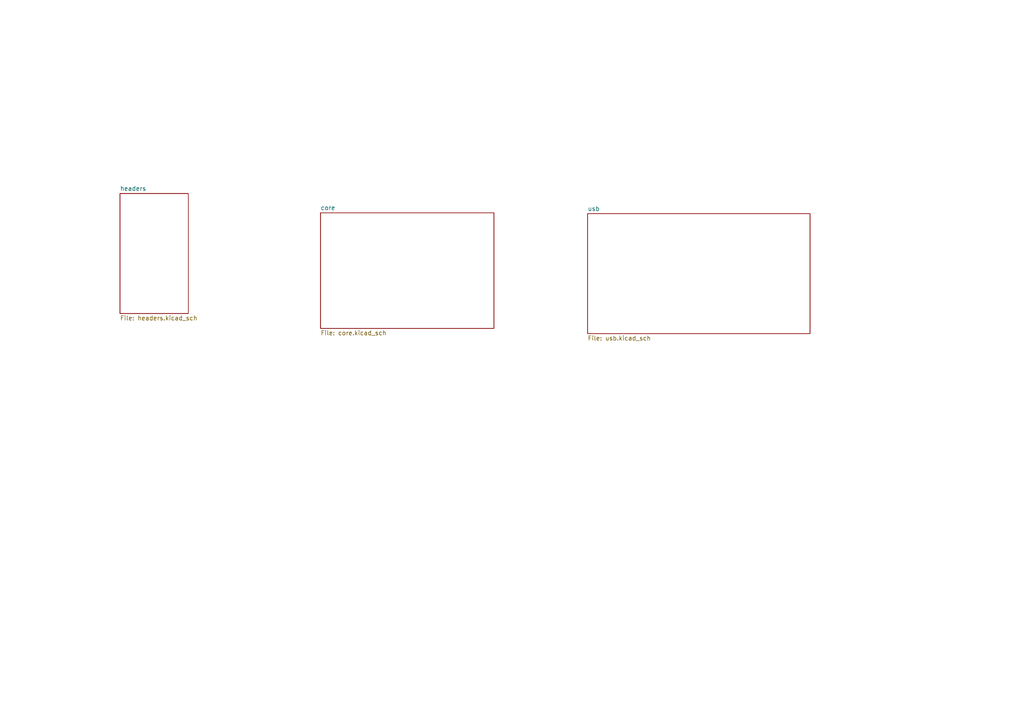
<source format=kicad_sch>
(kicad_sch (version 20230121) (generator eeschema)
  (paper "A4")
  (lib_symbols)
  (sheet (at 92.964 61.722) (size 50.292 33.528) (stroke (width 0.1524))
    (property "Sheetname" "core" (at 92.964 61.0104 0) (effects (justify left bottom)))
    (property "Sheetfile" "core.kicad_sch" (at 92.964 95.8346 0) (effects (justify left top)))
  )
  (sheet (at 34.798 56.134) (size 19.812 34.798) (stroke (width 0.1524))
    (property "Sheetname" "headers" (at 34.798 55.4224 0) (effects (justify left bottom)))
    (property "Sheetfile" "headers.kicad_sch" (at 34.798 91.5166 0) (effects (justify left top)))
  )
  (sheet (at 170.434 61.976) (size 64.516 34.798) (stroke (width 0.1524))
    (property "Sheetname" "usb" (at 170.434 61.2644 0) (effects (justify left bottom)))
    (property "Sheetfile" "usb.kicad_sch" (at 170.434 97.3586 0) (effects (justify left top)))
  )
)
</source>
